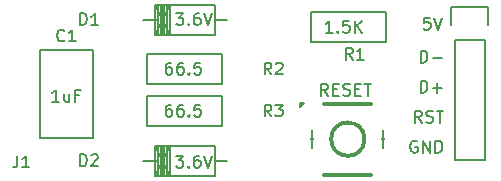
<source format=gto>
%TF.GenerationSoftware,KiCad,Pcbnew,4.0.4+e1-6308~48~ubuntu16.04.1-stable*%
%TF.CreationDate,2016-12-31T16:39:50-08:00*%
%TF.ProjectId,usb-breakout,7573622D627265616B6F75742E6B6963,v1.1*%
%TF.FileFunction,Legend,Top*%
%FSLAX46Y46*%
G04 Gerber Fmt 4.6, Leading zero omitted, Abs format (unit mm)*
G04 Created by KiCad (PCBNEW 4.0.4+e1-6308~48~ubuntu16.04.1-stable) date Sat Dec 31 16:39:50 2016*
%MOMM*%
%LPD*%
G01*
G04 APERTURE LIST*
%ADD10C,0.350000*%
%ADD11C,0.152400*%
%ADD12C,0.203200*%
%ADD13C,0.150000*%
G04 APERTURE END LIST*
D10*
D11*
X109885238Y-100281619D02*
X109304667Y-100281619D01*
X109594953Y-100281619D02*
X109594953Y-99265619D01*
X109498191Y-99410762D01*
X109401429Y-99507524D01*
X109304667Y-99555905D01*
X110756095Y-99604286D02*
X110756095Y-100281619D01*
X110320667Y-99604286D02*
X110320667Y-100136476D01*
X110369048Y-100233238D01*
X110465810Y-100281619D01*
X110610952Y-100281619D01*
X110707714Y-100233238D01*
X110756095Y-100184857D01*
X111578571Y-99749429D02*
X111239905Y-99749429D01*
X111239905Y-100281619D02*
X111239905Y-99265619D01*
X111723714Y-99265619D01*
X119785191Y-104853619D02*
X120414143Y-104853619D01*
X120075477Y-105240667D01*
X120220619Y-105240667D01*
X120317381Y-105289048D01*
X120365762Y-105337429D01*
X120414143Y-105434190D01*
X120414143Y-105676095D01*
X120365762Y-105772857D01*
X120317381Y-105821238D01*
X120220619Y-105869619D01*
X119930334Y-105869619D01*
X119833572Y-105821238D01*
X119785191Y-105772857D01*
X120849572Y-105772857D02*
X120897953Y-105821238D01*
X120849572Y-105869619D01*
X120801191Y-105821238D01*
X120849572Y-105772857D01*
X120849572Y-105869619D01*
X121768810Y-104853619D02*
X121575287Y-104853619D01*
X121478525Y-104902000D01*
X121430144Y-104950381D01*
X121333382Y-105095524D01*
X121285001Y-105289048D01*
X121285001Y-105676095D01*
X121333382Y-105772857D01*
X121381763Y-105821238D01*
X121478525Y-105869619D01*
X121672048Y-105869619D01*
X121768810Y-105821238D01*
X121817191Y-105772857D01*
X121865572Y-105676095D01*
X121865572Y-105434190D01*
X121817191Y-105337429D01*
X121768810Y-105289048D01*
X121672048Y-105240667D01*
X121478525Y-105240667D01*
X121381763Y-105289048D01*
X121333382Y-105337429D01*
X121285001Y-105434190D01*
X122155858Y-104853619D02*
X122494525Y-105869619D01*
X122833191Y-104853619D01*
X119785191Y-92788619D02*
X120414143Y-92788619D01*
X120075477Y-93175667D01*
X120220619Y-93175667D01*
X120317381Y-93224048D01*
X120365762Y-93272429D01*
X120414143Y-93369190D01*
X120414143Y-93611095D01*
X120365762Y-93707857D01*
X120317381Y-93756238D01*
X120220619Y-93804619D01*
X119930334Y-93804619D01*
X119833572Y-93756238D01*
X119785191Y-93707857D01*
X120849572Y-93707857D02*
X120897953Y-93756238D01*
X120849572Y-93804619D01*
X120801191Y-93756238D01*
X120849572Y-93707857D01*
X120849572Y-93804619D01*
X121768810Y-92788619D02*
X121575287Y-92788619D01*
X121478525Y-92837000D01*
X121430144Y-92885381D01*
X121333382Y-93030524D01*
X121285001Y-93224048D01*
X121285001Y-93611095D01*
X121333382Y-93707857D01*
X121381763Y-93756238D01*
X121478525Y-93804619D01*
X121672048Y-93804619D01*
X121768810Y-93756238D01*
X121817191Y-93707857D01*
X121865572Y-93611095D01*
X121865572Y-93369190D01*
X121817191Y-93272429D01*
X121768810Y-93224048D01*
X121672048Y-93175667D01*
X121478525Y-93175667D01*
X121381763Y-93224048D01*
X121333382Y-93272429D01*
X121285001Y-93369190D01*
X122155858Y-92788619D02*
X122494525Y-93804619D01*
X122833191Y-92788619D01*
X133041571Y-94439619D02*
X132461000Y-94439619D01*
X132751286Y-94439619D02*
X132751286Y-93423619D01*
X132654524Y-93568762D01*
X132557762Y-93665524D01*
X132461000Y-93713905D01*
X133477000Y-94342857D02*
X133525381Y-94391238D01*
X133477000Y-94439619D01*
X133428619Y-94391238D01*
X133477000Y-94342857D01*
X133477000Y-94439619D01*
X134444619Y-93423619D02*
X133960810Y-93423619D01*
X133912429Y-93907429D01*
X133960810Y-93859048D01*
X134057572Y-93810667D01*
X134299476Y-93810667D01*
X134396238Y-93859048D01*
X134444619Y-93907429D01*
X134493000Y-94004190D01*
X134493000Y-94246095D01*
X134444619Y-94342857D01*
X134396238Y-94391238D01*
X134299476Y-94439619D01*
X134057572Y-94439619D01*
X133960810Y-94391238D01*
X133912429Y-94342857D01*
X134928429Y-94439619D02*
X134928429Y-93423619D01*
X135509000Y-94439619D02*
X135073572Y-93859048D01*
X135509000Y-93423619D02*
X134928429Y-94004190D01*
X119380000Y-100535619D02*
X119186477Y-100535619D01*
X119089715Y-100584000D01*
X119041334Y-100632381D01*
X118944572Y-100777524D01*
X118896191Y-100971048D01*
X118896191Y-101358095D01*
X118944572Y-101454857D01*
X118992953Y-101503238D01*
X119089715Y-101551619D01*
X119283238Y-101551619D01*
X119380000Y-101503238D01*
X119428381Y-101454857D01*
X119476762Y-101358095D01*
X119476762Y-101116190D01*
X119428381Y-101019429D01*
X119380000Y-100971048D01*
X119283238Y-100922667D01*
X119089715Y-100922667D01*
X118992953Y-100971048D01*
X118944572Y-101019429D01*
X118896191Y-101116190D01*
X120347619Y-100535619D02*
X120154096Y-100535619D01*
X120057334Y-100584000D01*
X120008953Y-100632381D01*
X119912191Y-100777524D01*
X119863810Y-100971048D01*
X119863810Y-101358095D01*
X119912191Y-101454857D01*
X119960572Y-101503238D01*
X120057334Y-101551619D01*
X120250857Y-101551619D01*
X120347619Y-101503238D01*
X120396000Y-101454857D01*
X120444381Y-101358095D01*
X120444381Y-101116190D01*
X120396000Y-101019429D01*
X120347619Y-100971048D01*
X120250857Y-100922667D01*
X120057334Y-100922667D01*
X119960572Y-100971048D01*
X119912191Y-101019429D01*
X119863810Y-101116190D01*
X120879810Y-101454857D02*
X120928191Y-101503238D01*
X120879810Y-101551619D01*
X120831429Y-101503238D01*
X120879810Y-101454857D01*
X120879810Y-101551619D01*
X121847429Y-100535619D02*
X121363620Y-100535619D01*
X121315239Y-101019429D01*
X121363620Y-100971048D01*
X121460382Y-100922667D01*
X121702286Y-100922667D01*
X121799048Y-100971048D01*
X121847429Y-101019429D01*
X121895810Y-101116190D01*
X121895810Y-101358095D01*
X121847429Y-101454857D01*
X121799048Y-101503238D01*
X121702286Y-101551619D01*
X121460382Y-101551619D01*
X121363620Y-101503238D01*
X121315239Y-101454857D01*
X119380000Y-96979619D02*
X119186477Y-96979619D01*
X119089715Y-97028000D01*
X119041334Y-97076381D01*
X118944572Y-97221524D01*
X118896191Y-97415048D01*
X118896191Y-97802095D01*
X118944572Y-97898857D01*
X118992953Y-97947238D01*
X119089715Y-97995619D01*
X119283238Y-97995619D01*
X119380000Y-97947238D01*
X119428381Y-97898857D01*
X119476762Y-97802095D01*
X119476762Y-97560190D01*
X119428381Y-97463429D01*
X119380000Y-97415048D01*
X119283238Y-97366667D01*
X119089715Y-97366667D01*
X118992953Y-97415048D01*
X118944572Y-97463429D01*
X118896191Y-97560190D01*
X120347619Y-96979619D02*
X120154096Y-96979619D01*
X120057334Y-97028000D01*
X120008953Y-97076381D01*
X119912191Y-97221524D01*
X119863810Y-97415048D01*
X119863810Y-97802095D01*
X119912191Y-97898857D01*
X119960572Y-97947238D01*
X120057334Y-97995619D01*
X120250857Y-97995619D01*
X120347619Y-97947238D01*
X120396000Y-97898857D01*
X120444381Y-97802095D01*
X120444381Y-97560190D01*
X120396000Y-97463429D01*
X120347619Y-97415048D01*
X120250857Y-97366667D01*
X120057334Y-97366667D01*
X119960572Y-97415048D01*
X119912191Y-97463429D01*
X119863810Y-97560190D01*
X120879810Y-97898857D02*
X120928191Y-97947238D01*
X120879810Y-97995619D01*
X120831429Y-97947238D01*
X120879810Y-97898857D01*
X120879810Y-97995619D01*
X121847429Y-96979619D02*
X121363620Y-96979619D01*
X121315239Y-97463429D01*
X121363620Y-97415048D01*
X121460382Y-97366667D01*
X121702286Y-97366667D01*
X121799048Y-97415048D01*
X121847429Y-97463429D01*
X121895810Y-97560190D01*
X121895810Y-97802095D01*
X121847429Y-97898857D01*
X121799048Y-97947238D01*
X121702286Y-97995619D01*
X121460382Y-97995619D01*
X121363620Y-97947238D01*
X121315239Y-97898857D01*
X140195905Y-103632000D02*
X140099143Y-103583619D01*
X139954000Y-103583619D01*
X139808858Y-103632000D01*
X139712096Y-103728762D01*
X139663715Y-103825524D01*
X139615334Y-104019048D01*
X139615334Y-104164190D01*
X139663715Y-104357714D01*
X139712096Y-104454476D01*
X139808858Y-104551238D01*
X139954000Y-104599619D01*
X140050762Y-104599619D01*
X140195905Y-104551238D01*
X140244286Y-104502857D01*
X140244286Y-104164190D01*
X140050762Y-104164190D01*
X140679715Y-104599619D02*
X140679715Y-103583619D01*
X141260286Y-104599619D01*
X141260286Y-103583619D01*
X141744096Y-104599619D02*
X141744096Y-103583619D01*
X141986001Y-103583619D01*
X142131143Y-103632000D01*
X142227905Y-103728762D01*
X142276286Y-103825524D01*
X142324667Y-104019048D01*
X142324667Y-104164190D01*
X142276286Y-104357714D01*
X142227905Y-104454476D01*
X142131143Y-104551238D01*
X141986001Y-104599619D01*
X141744096Y-104599619D01*
X140582953Y-102059619D02*
X140244287Y-101575810D01*
X140002382Y-102059619D02*
X140002382Y-101043619D01*
X140389429Y-101043619D01*
X140486191Y-101092000D01*
X140534572Y-101140381D01*
X140582953Y-101237143D01*
X140582953Y-101382286D01*
X140534572Y-101479048D01*
X140486191Y-101527429D01*
X140389429Y-101575810D01*
X140002382Y-101575810D01*
X140970001Y-102011238D02*
X141115144Y-102059619D01*
X141357048Y-102059619D01*
X141453810Y-102011238D01*
X141502191Y-101962857D01*
X141550572Y-101866095D01*
X141550572Y-101769333D01*
X141502191Y-101672571D01*
X141453810Y-101624190D01*
X141357048Y-101575810D01*
X141163525Y-101527429D01*
X141066763Y-101479048D01*
X141018382Y-101430667D01*
X140970001Y-101333905D01*
X140970001Y-101237143D01*
X141018382Y-101140381D01*
X141066763Y-101092000D01*
X141163525Y-101043619D01*
X141405429Y-101043619D01*
X141550572Y-101092000D01*
X141840858Y-101043619D02*
X142421429Y-101043619D01*
X142131144Y-102059619D02*
X142131144Y-101043619D01*
X140486191Y-99519619D02*
X140486191Y-98503619D01*
X140728096Y-98503619D01*
X140873238Y-98552000D01*
X140970000Y-98648762D01*
X141018381Y-98745524D01*
X141066762Y-98939048D01*
X141066762Y-99084190D01*
X141018381Y-99277714D01*
X140970000Y-99374476D01*
X140873238Y-99471238D01*
X140728096Y-99519619D01*
X140486191Y-99519619D01*
X141502191Y-99132571D02*
X142276286Y-99132571D01*
X141889238Y-99519619D02*
X141889238Y-98745524D01*
X140486191Y-96979619D02*
X140486191Y-95963619D01*
X140728096Y-95963619D01*
X140873238Y-96012000D01*
X140970000Y-96108762D01*
X141018381Y-96205524D01*
X141066762Y-96399048D01*
X141066762Y-96544190D01*
X141018381Y-96737714D01*
X140970000Y-96834476D01*
X140873238Y-96931238D01*
X140728096Y-96979619D01*
X140486191Y-96979619D01*
X141502191Y-96592571D02*
X142276286Y-96592571D01*
X141284476Y-93169619D02*
X140800667Y-93169619D01*
X140752286Y-93653429D01*
X140800667Y-93605048D01*
X140897429Y-93556667D01*
X141139333Y-93556667D01*
X141236095Y-93605048D01*
X141284476Y-93653429D01*
X141332857Y-93750190D01*
X141332857Y-93992095D01*
X141284476Y-94088857D01*
X141236095Y-94137238D01*
X141139333Y-94185619D01*
X140897429Y-94185619D01*
X140800667Y-94137238D01*
X140752286Y-94088857D01*
X141623143Y-93169619D02*
X141961810Y-94185619D01*
X142300476Y-93169619D01*
D12*
X132636381Y-99773619D02*
X132297715Y-99289810D01*
X132055810Y-99773619D02*
X132055810Y-98757619D01*
X132442857Y-98757619D01*
X132539619Y-98806000D01*
X132588000Y-98854381D01*
X132636381Y-98951143D01*
X132636381Y-99096286D01*
X132588000Y-99193048D01*
X132539619Y-99241429D01*
X132442857Y-99289810D01*
X132055810Y-99289810D01*
X133071810Y-99241429D02*
X133410476Y-99241429D01*
X133555619Y-99773619D02*
X133071810Y-99773619D01*
X133071810Y-98757619D01*
X133555619Y-98757619D01*
X133942667Y-99725238D02*
X134087810Y-99773619D01*
X134329714Y-99773619D01*
X134426476Y-99725238D01*
X134474857Y-99676857D01*
X134523238Y-99580095D01*
X134523238Y-99483333D01*
X134474857Y-99386571D01*
X134426476Y-99338190D01*
X134329714Y-99289810D01*
X134136191Y-99241429D01*
X134039429Y-99193048D01*
X133991048Y-99144667D01*
X133942667Y-99047905D01*
X133942667Y-98951143D01*
X133991048Y-98854381D01*
X134039429Y-98806000D01*
X134136191Y-98757619D01*
X134378095Y-98757619D01*
X134523238Y-98806000D01*
X134958667Y-99241429D02*
X135297333Y-99241429D01*
X135442476Y-99773619D02*
X134958667Y-99773619D01*
X134958667Y-98757619D01*
X135442476Y-98757619D01*
X135732762Y-98757619D02*
X136313333Y-98757619D01*
X136023048Y-99773619D02*
X136023048Y-98757619D01*
D13*
X112740000Y-95905000D02*
X112740000Y-103405000D01*
X112740000Y-103405000D02*
X108240000Y-103405000D01*
X108240000Y-103405000D02*
X108240000Y-95905000D01*
X108240000Y-95905000D02*
X112740000Y-95905000D01*
X123101100Y-105295700D02*
X124117100Y-105295700D01*
X118275100Y-105295700D02*
X117005100Y-105295700D01*
X118529100Y-104025700D02*
X118529100Y-106565700D01*
X118783100Y-104025700D02*
X118783100Y-106565700D01*
X119037100Y-104025700D02*
X119037100Y-106565700D01*
X118275100Y-104025700D02*
X118275100Y-106565700D01*
X119291100Y-104025700D02*
X118021100Y-106565700D01*
X118021100Y-104025700D02*
X119291100Y-106565700D01*
X119291100Y-104025700D02*
X119291100Y-106565700D01*
X118656100Y-104025700D02*
X118656100Y-106565700D01*
X118021100Y-106565700D02*
X118021100Y-104025700D01*
X118021100Y-104025700D02*
X123101100Y-104025700D01*
X123101100Y-104025700D02*
X123101100Y-106565700D01*
X123101100Y-106565700D02*
X118021100Y-106565700D01*
X123101100Y-93345000D02*
X124117100Y-93345000D01*
X118275100Y-93345000D02*
X117005100Y-93345000D01*
X118529100Y-92075000D02*
X118529100Y-94615000D01*
X118783100Y-92075000D02*
X118783100Y-94615000D01*
X119037100Y-92075000D02*
X119037100Y-94615000D01*
X118275100Y-92075000D02*
X118275100Y-94615000D01*
X119291100Y-92075000D02*
X118021100Y-94615000D01*
X118021100Y-92075000D02*
X119291100Y-94615000D01*
X119291100Y-92075000D02*
X119291100Y-94615000D01*
X118656100Y-92075000D02*
X118656100Y-94615000D01*
X118021100Y-94615000D02*
X118021100Y-92075000D01*
X118021100Y-92075000D02*
X123101100Y-92075000D01*
X123101100Y-92075000D02*
X123101100Y-94615000D01*
X123101100Y-94615000D02*
X118021100Y-94615000D01*
X130375100Y-100460300D02*
X130375100Y-100560300D01*
X130275100Y-100410300D02*
X130625100Y-100410300D01*
X130625100Y-100410300D02*
G75*
G03X130275100Y-100760300I700000J-1050000D01*
G01*
X130275100Y-100410300D02*
X130275100Y-100760300D01*
X135739314Y-103460300D02*
G75*
G03X135739314Y-103460300I-1414214J0D01*
G01*
X132325100Y-106460300D02*
X136325100Y-106460300D01*
X132325100Y-100460300D02*
X136325100Y-100460300D01*
X131325100Y-104210300D02*
X131325100Y-102710300D01*
X137325100Y-102710300D02*
X137325100Y-104210300D01*
D10*
X131325100Y-103460300D02*
X131325100Y-103460300D01*
X136325100Y-106460300D02*
X132325100Y-106460300D01*
X136325100Y-100460300D02*
X132325100Y-100460300D01*
X137325100Y-103460300D02*
X137325100Y-103460300D01*
X135739314Y-103460300D02*
G75*
G03X135739314Y-103460300I-1414214J0D01*
G01*
D13*
X117348000Y-99822000D02*
X123698000Y-99822000D01*
X123698000Y-99822000D02*
X123698000Y-102362000D01*
X123698000Y-102362000D02*
X117348000Y-102362000D01*
X117348000Y-102362000D02*
X117348000Y-99822000D01*
X117365000Y-96266000D02*
X123715000Y-96266000D01*
X123715000Y-96266000D02*
X123715000Y-98806000D01*
X123715000Y-98806000D02*
X117365000Y-98806000D01*
X117365000Y-98806000D02*
X117365000Y-96266000D01*
X137524000Y-95250000D02*
X131174000Y-95250000D01*
X131174000Y-95250000D02*
X131174000Y-92710000D01*
X131174000Y-92710000D02*
X137524000Y-92710000D01*
X137524000Y-92710000D02*
X137524000Y-95250000D01*
X143103000Y-93789500D02*
X143103000Y-92239500D01*
X143103000Y-92239500D02*
X146203000Y-92239500D01*
X146203000Y-92239500D02*
X146203000Y-93789500D01*
X145923000Y-95059500D02*
X145923000Y-105219500D01*
X145923000Y-105219500D02*
X143383000Y-105219500D01*
X143383000Y-105219500D02*
X143383000Y-95059500D01*
X145923000Y-95059500D02*
X143383000Y-95059500D01*
X110323334Y-95099143D02*
X110275715Y-95146762D01*
X110132858Y-95194381D01*
X110037620Y-95194381D01*
X109894762Y-95146762D01*
X109799524Y-95051524D01*
X109751905Y-94956286D01*
X109704286Y-94765810D01*
X109704286Y-94622952D01*
X109751905Y-94432476D01*
X109799524Y-94337238D01*
X109894762Y-94242000D01*
X110037620Y-94194381D01*
X110132858Y-94194381D01*
X110275715Y-94242000D01*
X110323334Y-94289619D01*
X111275715Y-95194381D02*
X110704286Y-95194381D01*
X110990000Y-95194381D02*
X110990000Y-94194381D01*
X110894762Y-94337238D01*
X110799524Y-94432476D01*
X110704286Y-94480095D01*
X111656905Y-105748081D02*
X111656905Y-104748081D01*
X111895000Y-104748081D01*
X112037858Y-104795700D01*
X112133096Y-104890938D01*
X112180715Y-104986176D01*
X112228334Y-105176652D01*
X112228334Y-105319510D01*
X112180715Y-105509986D01*
X112133096Y-105605224D01*
X112037858Y-105700462D01*
X111895000Y-105748081D01*
X111656905Y-105748081D01*
X112609286Y-104843319D02*
X112656905Y-104795700D01*
X112752143Y-104748081D01*
X112990239Y-104748081D01*
X113085477Y-104795700D01*
X113133096Y-104843319D01*
X113180715Y-104938557D01*
X113180715Y-105033795D01*
X113133096Y-105176652D01*
X112561667Y-105748081D01*
X113180715Y-105748081D01*
X111656905Y-93797381D02*
X111656905Y-92797381D01*
X111895000Y-92797381D01*
X112037858Y-92845000D01*
X112133096Y-92940238D01*
X112180715Y-93035476D01*
X112228334Y-93225952D01*
X112228334Y-93368810D01*
X112180715Y-93559286D01*
X112133096Y-93654524D01*
X112037858Y-93749762D01*
X111895000Y-93797381D01*
X111656905Y-93797381D01*
X113180715Y-93797381D02*
X112609286Y-93797381D01*
X112895000Y-93797381D02*
X112895000Y-92797381D01*
X112799762Y-92940238D01*
X112704524Y-93035476D01*
X112609286Y-93083095D01*
X127849334Y-101544381D02*
X127516000Y-101068190D01*
X127277905Y-101544381D02*
X127277905Y-100544381D01*
X127658858Y-100544381D01*
X127754096Y-100592000D01*
X127801715Y-100639619D01*
X127849334Y-100734857D01*
X127849334Y-100877714D01*
X127801715Y-100972952D01*
X127754096Y-101020571D01*
X127658858Y-101068190D01*
X127277905Y-101068190D01*
X128182667Y-100544381D02*
X128801715Y-100544381D01*
X128468381Y-100925333D01*
X128611239Y-100925333D01*
X128706477Y-100972952D01*
X128754096Y-101020571D01*
X128801715Y-101115810D01*
X128801715Y-101353905D01*
X128754096Y-101449143D01*
X128706477Y-101496762D01*
X128611239Y-101544381D01*
X128325524Y-101544381D01*
X128230286Y-101496762D01*
X128182667Y-101449143D01*
X127849334Y-97988381D02*
X127516000Y-97512190D01*
X127277905Y-97988381D02*
X127277905Y-96988381D01*
X127658858Y-96988381D01*
X127754096Y-97036000D01*
X127801715Y-97083619D01*
X127849334Y-97178857D01*
X127849334Y-97321714D01*
X127801715Y-97416952D01*
X127754096Y-97464571D01*
X127658858Y-97512190D01*
X127277905Y-97512190D01*
X128230286Y-97083619D02*
X128277905Y-97036000D01*
X128373143Y-96988381D01*
X128611239Y-96988381D01*
X128706477Y-97036000D01*
X128754096Y-97083619D01*
X128801715Y-97178857D01*
X128801715Y-97274095D01*
X128754096Y-97416952D01*
X128182667Y-97988381D01*
X128801715Y-97988381D01*
X134727334Y-96732381D02*
X134394000Y-96256190D01*
X134155905Y-96732381D02*
X134155905Y-95732381D01*
X134536858Y-95732381D01*
X134632096Y-95780000D01*
X134679715Y-95827619D01*
X134727334Y-95922857D01*
X134727334Y-96065714D01*
X134679715Y-96160952D01*
X134632096Y-96208571D01*
X134536858Y-96256190D01*
X134155905Y-96256190D01*
X135679715Y-96732381D02*
X135108286Y-96732381D01*
X135394000Y-96732381D02*
X135394000Y-95732381D01*
X135298762Y-95875238D01*
X135203524Y-95970476D01*
X135108286Y-96018095D01*
X106346667Y-104862381D02*
X106346667Y-105576667D01*
X106299047Y-105719524D01*
X106203809Y-105814762D01*
X106060952Y-105862381D01*
X105965714Y-105862381D01*
X107346667Y-105862381D02*
X106775238Y-105862381D01*
X107060952Y-105862381D02*
X107060952Y-104862381D01*
X106965714Y-105005238D01*
X106870476Y-105100476D01*
X106775238Y-105148095D01*
M02*

</source>
